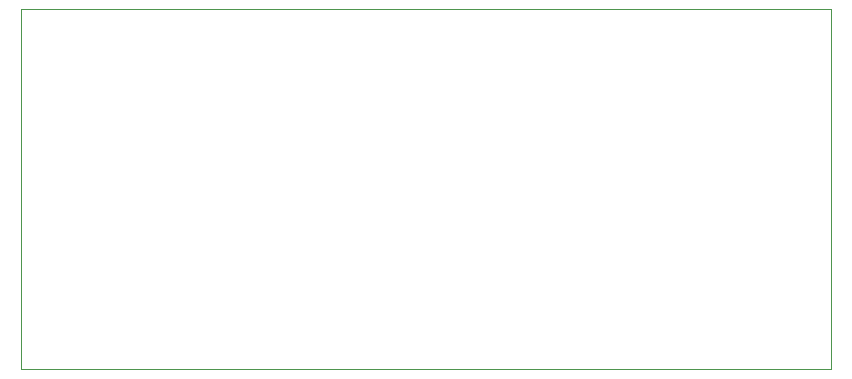
<source format=gbr>
%TF.GenerationSoftware,KiCad,Pcbnew,6.0.6-3a73a75311~116~ubuntu20.04.1*%
%TF.CreationDate,2022-07-22T12:46:40-05:00*%
%TF.ProjectId,esp_ha_integrator,6573705f-6861-45f6-996e-746567726174,rev?*%
%TF.SameCoordinates,PX6a95280PY6350ce0*%
%TF.FileFunction,Profile,NP*%
%FSLAX46Y46*%
G04 Gerber Fmt 4.6, Leading zero omitted, Abs format (unit mm)*
G04 Created by KiCad (PCBNEW 6.0.6-3a73a75311~116~ubuntu20.04.1) date 2022-07-22 12:46:40*
%MOMM*%
%LPD*%
G01*
G04 APERTURE LIST*
%TA.AperFunction,Profile*%
%ADD10C,0.100000*%
%TD*%
G04 APERTURE END LIST*
D10*
X68580000Y30480000D02*
X0Y30480000D01*
X68580000Y0D02*
X68580000Y30480000D01*
X0Y30480000D02*
X0Y0D01*
X0Y0D02*
X68580000Y0D01*
M02*

</source>
